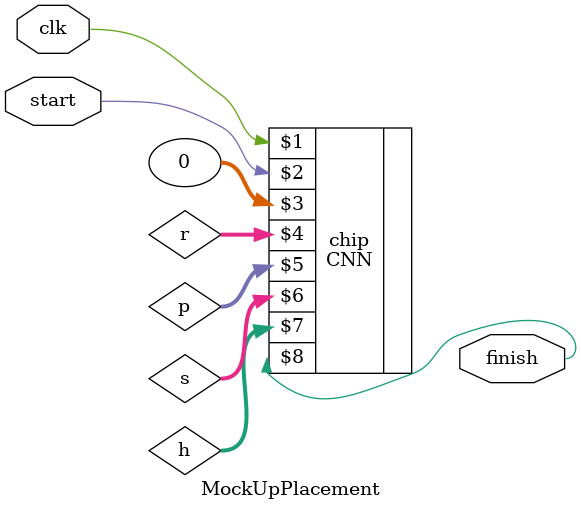
<source format=v>
`timescale 1ns / 1ps


module MockUpPlacement(
    input clk,
    input start,
    output finish
);
    wire [32 - 1:0] r, p, s;
    wire [4 - 1:0] h;
        
    CNN chip (
        clk,
        start,
        0,
        r, p, s, h,
        finish
    );
endmodule

</source>
